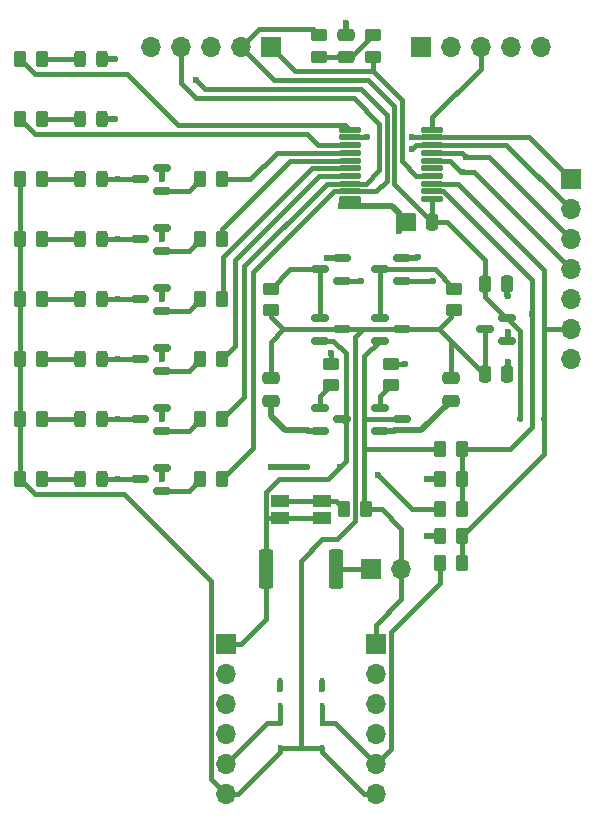
<source format=gtl>
G04 #@! TF.GenerationSoftware,KiCad,Pcbnew,(6.0.1-0)*
G04 #@! TF.CreationDate,2023-09-18T16:52:29-04:00*
G04 #@! TF.ProjectId,Breadboard-1,42726561-6462-46f6-9172-642d312e6b69,rev?*
G04 #@! TF.SameCoordinates,Original*
G04 #@! TF.FileFunction,Copper,L1,Top*
G04 #@! TF.FilePolarity,Positive*
%FSLAX46Y46*%
G04 Gerber Fmt 4.6, Leading zero omitted, Abs format (unit mm)*
G04 Created by KiCad (PCBNEW (6.0.1-0)) date 2023-09-18 16:52:29*
%MOMM*%
%LPD*%
G01*
G04 APERTURE LIST*
G04 Aperture macros list*
%AMRoundRect*
0 Rectangle with rounded corners*
0 $1 Rounding radius*
0 $2 $3 $4 $5 $6 $7 $8 $9 X,Y pos of 4 corners*
0 Add a 4 corners polygon primitive as box body*
4,1,4,$2,$3,$4,$5,$6,$7,$8,$9,$2,$3,0*
0 Add four circle primitives for the rounded corners*
1,1,$1+$1,$2,$3*
1,1,$1+$1,$4,$5*
1,1,$1+$1,$6,$7*
1,1,$1+$1,$8,$9*
0 Add four rect primitives between the rounded corners*
20,1,$1+$1,$2,$3,$4,$5,0*
20,1,$1+$1,$4,$5,$6,$7,0*
20,1,$1+$1,$6,$7,$8,$9,0*
20,1,$1+$1,$8,$9,$2,$3,0*%
G04 Aperture macros list end*
G04 #@! TA.AperFunction,SMDPad,CuDef*
%ADD10R,0.450000X0.600000*%
G04 #@! TD*
G04 #@! TA.AperFunction,SMDPad,CuDef*
%ADD11RoundRect,0.250000X0.262500X0.450000X-0.262500X0.450000X-0.262500X-0.450000X0.262500X-0.450000X0*%
G04 #@! TD*
G04 #@! TA.AperFunction,SMDPad,CuDef*
%ADD12RoundRect,0.150000X-0.587500X-0.150000X0.587500X-0.150000X0.587500X0.150000X-0.587500X0.150000X0*%
G04 #@! TD*
G04 #@! TA.AperFunction,ComponentPad*
%ADD13R,1.700000X1.700000*%
G04 #@! TD*
G04 #@! TA.AperFunction,ComponentPad*
%ADD14O,1.700000X1.700000*%
G04 #@! TD*
G04 #@! TA.AperFunction,SMDPad,CuDef*
%ADD15RoundRect,0.250000X-0.250000X-0.475000X0.250000X-0.475000X0.250000X0.475000X-0.250000X0.475000X0*%
G04 #@! TD*
G04 #@! TA.AperFunction,SMDPad,CuDef*
%ADD16RoundRect,0.150000X0.587500X0.150000X-0.587500X0.150000X-0.587500X-0.150000X0.587500X-0.150000X0*%
G04 #@! TD*
G04 #@! TA.AperFunction,SMDPad,CuDef*
%ADD17RoundRect,0.250000X-0.450000X0.262500X-0.450000X-0.262500X0.450000X-0.262500X0.450000X0.262500X0*%
G04 #@! TD*
G04 #@! TA.AperFunction,SMDPad,CuDef*
%ADD18RoundRect,0.250000X-0.262500X-0.450000X0.262500X-0.450000X0.262500X0.450000X-0.262500X0.450000X0*%
G04 #@! TD*
G04 #@! TA.AperFunction,SMDPad,CuDef*
%ADD19RoundRect,0.243750X0.243750X0.456250X-0.243750X0.456250X-0.243750X-0.456250X0.243750X-0.456250X0*%
G04 #@! TD*
G04 #@! TA.AperFunction,SMDPad,CuDef*
%ADD20RoundRect,0.250000X-0.362500X-1.425000X0.362500X-1.425000X0.362500X1.425000X-0.362500X1.425000X0*%
G04 #@! TD*
G04 #@! TA.AperFunction,SMDPad,CuDef*
%ADD21R,0.600000X0.450000*%
G04 #@! TD*
G04 #@! TA.AperFunction,SMDPad,CuDef*
%ADD22R,1.500000X1.000000*%
G04 #@! TD*
G04 #@! TA.AperFunction,SMDPad,CuDef*
%ADD23RoundRect,0.250000X-0.475000X0.250000X-0.475000X-0.250000X0.475000X-0.250000X0.475000X0.250000X0*%
G04 #@! TD*
G04 #@! TA.AperFunction,SMDPad,CuDef*
%ADD24RoundRect,0.125000X0.825000X0.125000X-0.825000X0.125000X-0.825000X-0.125000X0.825000X-0.125000X0*%
G04 #@! TD*
G04 #@! TA.AperFunction,SMDPad,CuDef*
%ADD25RoundRect,0.250000X0.475000X-0.250000X0.475000X0.250000X-0.475000X0.250000X-0.475000X-0.250000X0*%
G04 #@! TD*
G04 #@! TA.AperFunction,SMDPad,CuDef*
%ADD26RoundRect,0.250000X0.450000X-0.262500X0.450000X0.262500X-0.450000X0.262500X-0.450000X-0.262500X0*%
G04 #@! TD*
G04 #@! TA.AperFunction,ViaPad*
%ADD27C,0.600000*%
G04 #@! TD*
G04 #@! TA.AperFunction,Conductor*
%ADD28C,0.381000*%
G04 #@! TD*
G04 #@! TA.AperFunction,Conductor*
%ADD29C,0.508000*%
G04 #@! TD*
G04 APERTURE END LIST*
D10*
X77978000Y-110651000D03*
X77978000Y-108551000D03*
D11*
X69492500Y-66040000D03*
X67667500Y-66040000D03*
D12*
X77802500Y-77790000D03*
X77802500Y-79690000D03*
X79677500Y-78740000D03*
D13*
X99060000Y-66035000D03*
D14*
X99060000Y-68575000D03*
X99060000Y-71115000D03*
X99060000Y-73655000D03*
X99060000Y-76195000D03*
X99060000Y-78735000D03*
X99060000Y-81275000D03*
D15*
X85410000Y-69646800D03*
X87310000Y-69646800D03*
D16*
X64437500Y-82230000D03*
X64437500Y-80330000D03*
X62562500Y-81280000D03*
D12*
X82882500Y-77790000D03*
X82882500Y-79690000D03*
X84757500Y-78740000D03*
D17*
X82296000Y-53848000D03*
X82296000Y-55673000D03*
D18*
X52427500Y-71120000D03*
X54252500Y-71120000D03*
D17*
X78740000Y-81637500D03*
X78740000Y-83462500D03*
D18*
X87987500Y-91440000D03*
X89812500Y-91440000D03*
X52427500Y-55880000D03*
X54252500Y-55880000D03*
D13*
X82164000Y-99060000D03*
D14*
X84704000Y-99060000D03*
D11*
X69492500Y-81280000D03*
X67667500Y-81280000D03*
D19*
X59357500Y-66040000D03*
X57482500Y-66040000D03*
D15*
X91760000Y-74930000D03*
X93660000Y-74930000D03*
D20*
X73237500Y-99060000D03*
X79162500Y-99060000D03*
D21*
X94708000Y-86360000D03*
X96808000Y-86360000D03*
D16*
X64437500Y-66990000D03*
X64437500Y-65090000D03*
X62562500Y-66040000D03*
X93647500Y-79690000D03*
X93647500Y-77790000D03*
X91772500Y-78740000D03*
D11*
X89812500Y-96266000D03*
X87987500Y-96266000D03*
X69492500Y-71120000D03*
X67667500Y-71120000D03*
X69492500Y-86360000D03*
X67667500Y-86360000D03*
D10*
X74422000Y-110617000D03*
X74422000Y-108517000D03*
D18*
X52427500Y-91440000D03*
X54252500Y-91440000D03*
D22*
X74450000Y-93280000D03*
X74450000Y-94680000D03*
X77950000Y-94680000D03*
X77950000Y-93280000D03*
D23*
X80010000Y-53810500D03*
X80010000Y-55710500D03*
D18*
X52427500Y-76200000D03*
X54252500Y-76200000D03*
D10*
X74422000Y-114173000D03*
X74422000Y-112073000D03*
D19*
X59357500Y-91440000D03*
X57482500Y-91440000D03*
D12*
X82882500Y-85410000D03*
X82882500Y-87310000D03*
X84757500Y-86360000D03*
D18*
X52427500Y-86360000D03*
X54252500Y-86360000D03*
D24*
X87320000Y-67695000D03*
X87320000Y-67045000D03*
X87320000Y-66395000D03*
X87320000Y-65745000D03*
X87320000Y-65095000D03*
X87320000Y-64445000D03*
X87320000Y-63795000D03*
X87320000Y-63145000D03*
X87320000Y-62495000D03*
X87320000Y-61845000D03*
X80320000Y-61845000D03*
X80320000Y-62495000D03*
X80320000Y-63145000D03*
X80320000Y-63795000D03*
X80320000Y-64445000D03*
X80320000Y-65095000D03*
X80320000Y-65745000D03*
X80320000Y-66395000D03*
X80320000Y-67045000D03*
X80320000Y-67695000D03*
D19*
X59357500Y-81280000D03*
X57482500Y-81280000D03*
D16*
X64437500Y-77150000D03*
X64437500Y-75250000D03*
X62562500Y-76200000D03*
D11*
X69492500Y-76200000D03*
X67667500Y-76200000D03*
D18*
X52427500Y-81280000D03*
X54252500Y-81280000D03*
D16*
X79677500Y-74610000D03*
X79677500Y-72710000D03*
X77802500Y-73660000D03*
D17*
X77724000Y-53848000D03*
X77724000Y-55673000D03*
D19*
X59357500Y-71120000D03*
X57482500Y-71120000D03*
D15*
X91760000Y-82550000D03*
X93660000Y-82550000D03*
D19*
X59357500Y-86360000D03*
X57482500Y-86360000D03*
D18*
X79859500Y-93980000D03*
X81684500Y-93980000D03*
D16*
X64437500Y-92390000D03*
X64437500Y-90490000D03*
X62562500Y-91440000D03*
D25*
X88900000Y-84770000D03*
X88900000Y-82870000D03*
D19*
X59357500Y-55880000D03*
X57482500Y-55880000D03*
D18*
X52427500Y-66040000D03*
X54252500Y-66040000D03*
D17*
X89154000Y-75287500D03*
X89154000Y-77112500D03*
D11*
X89812500Y-88900000D03*
X87987500Y-88900000D03*
D18*
X87987500Y-98552000D03*
X89812500Y-98552000D03*
D25*
X73660000Y-84770000D03*
X73660000Y-82870000D03*
D16*
X64437500Y-87310000D03*
X64437500Y-85410000D03*
X62562500Y-86360000D03*
D10*
X77978000Y-114173000D03*
X77978000Y-112073000D03*
D26*
X83820000Y-83462500D03*
X83820000Y-81637500D03*
D19*
X59357500Y-60960000D03*
X57482500Y-60960000D03*
D12*
X77802500Y-85410000D03*
X77802500Y-87310000D03*
X79677500Y-86360000D03*
D18*
X52427500Y-60960000D03*
X54252500Y-60960000D03*
D11*
X89812500Y-93980000D03*
X87987500Y-93980000D03*
X69492500Y-91440000D03*
X67667500Y-91440000D03*
D17*
X73660000Y-75287500D03*
X73660000Y-77112500D03*
D16*
X64437500Y-72070000D03*
X64437500Y-70170000D03*
X62562500Y-71120000D03*
D19*
X59357500Y-76200000D03*
X57482500Y-76200000D03*
D16*
X84757500Y-74610000D03*
X84757500Y-72710000D03*
X82882500Y-73660000D03*
D13*
X73660000Y-54864000D03*
D14*
X71120000Y-54864000D03*
X68580000Y-54864000D03*
X66040000Y-54864000D03*
X63500000Y-54864000D03*
D13*
X86360000Y-54864000D03*
D14*
X88900000Y-54864000D03*
X91440000Y-54864000D03*
X93980000Y-54864000D03*
X96520000Y-54864000D03*
D13*
X69850000Y-105410000D03*
D14*
X69850000Y-107950000D03*
X69850000Y-110490000D03*
X69850000Y-113030000D03*
X69850000Y-115570000D03*
X69850000Y-118110000D03*
D13*
X82550000Y-105410000D03*
D14*
X82550000Y-107950000D03*
X82550000Y-110490000D03*
X82550000Y-113030000D03*
X82550000Y-115570000D03*
X82550000Y-118110000D03*
D27*
X82677000Y-91059000D03*
X79502000Y-90424000D03*
X60706000Y-66040000D03*
X60706000Y-71120000D03*
X60706000Y-76200000D03*
X60706000Y-81280000D03*
X74422000Y-109220000D03*
X93726000Y-81534000D03*
X64439800Y-66014600D03*
X84516000Y-69646800D03*
X86106000Y-72644000D03*
X80010000Y-52832000D03*
X73660000Y-90424000D03*
X80300000Y-68275000D03*
X76708000Y-87299800D03*
X64439800Y-71094600D03*
X64432756Y-81261644D03*
X86868000Y-96266000D03*
X77959912Y-109220000D03*
X64439800Y-76174600D03*
X78359000Y-72720200D03*
X84516000Y-70408800D03*
X64439800Y-86334600D03*
X81000000Y-68275000D03*
X93726000Y-75946000D03*
X86868000Y-91440000D03*
X79625000Y-68275000D03*
X60452000Y-55880000D03*
X84201000Y-87299800D03*
X60452000Y-60960000D03*
X93726000Y-78994000D03*
X76708000Y-90424000D03*
X64439800Y-91414600D03*
X84516000Y-68884800D03*
X60706000Y-86360000D03*
X60706000Y-91440000D03*
X67310000Y-57658000D03*
X85598000Y-62484000D03*
X81280000Y-74676000D03*
X78740000Y-80772000D03*
X85598000Y-63500000D03*
X95758000Y-77470000D03*
X81788000Y-62484000D03*
X90170000Y-64135000D03*
X87376000Y-74676000D03*
X89916000Y-65405000D03*
X84963000Y-81661000D03*
D28*
X61214000Y-92710000D02*
X68580000Y-100076000D01*
X91760000Y-78752500D02*
X91772500Y-78740000D01*
X69850000Y-118110000D02*
X70866000Y-118110000D01*
X77978000Y-96520000D02*
X79248000Y-96520000D01*
X79248000Y-96520000D02*
X80772000Y-94996000D01*
X52427500Y-91440000D02*
X53697500Y-92710000D01*
X52427500Y-86360000D02*
X52427500Y-81280000D01*
X76166000Y-114173000D02*
X77978000Y-114173000D01*
X73660000Y-79790000D02*
X74710000Y-78740000D01*
X91760000Y-82550000D02*
X91694000Y-82550000D01*
X74422000Y-114554000D02*
X74422000Y-114173000D01*
X52427500Y-91440000D02*
X52427500Y-86360000D01*
X74710000Y-78740000D02*
X73660000Y-77690000D01*
X73660000Y-82870000D02*
X73660000Y-79790000D01*
X82550000Y-118110000D02*
X81534000Y-118110000D01*
X52427500Y-81280000D02*
X52427500Y-78788900D01*
X52427500Y-76200000D02*
X52427500Y-71120000D01*
X81534000Y-118110000D02*
X77978000Y-114554000D01*
X84757500Y-78740000D02*
X87884000Y-78740000D01*
X52427500Y-78788900D02*
X52427500Y-76200000D01*
X77978000Y-114554000D02*
X77978000Y-114173000D01*
X73660000Y-77690000D02*
X73660000Y-77112500D01*
X70866000Y-118110000D02*
X74422000Y-114554000D01*
X76166000Y-98332000D02*
X77978000Y-96520000D01*
X88900000Y-77724000D02*
X87884000Y-78740000D01*
X53697500Y-92710000D02*
X61214000Y-92710000D01*
X74422000Y-114173000D02*
X76166000Y-114173000D01*
X91694000Y-82550000D02*
X88900000Y-79756000D01*
X89154000Y-77112500D02*
X88900000Y-77366500D01*
X80772000Y-94996000D02*
X80772000Y-79375000D01*
X79677500Y-78740000D02*
X81407000Y-78740000D01*
X80772000Y-79375000D02*
X81257489Y-78889511D01*
X76166000Y-114173000D02*
X76166000Y-98332000D01*
X79677500Y-78740000D02*
X74710000Y-78740000D01*
X81407000Y-78740000D02*
X84757500Y-78740000D01*
X68580000Y-100076000D02*
X68580000Y-116840000D01*
X68580000Y-116840000D02*
X69850000Y-118110000D01*
X88900000Y-82870000D02*
X88900000Y-79756000D01*
X88900000Y-79756000D02*
X87884000Y-78740000D01*
X52427500Y-71120000D02*
X52427500Y-66040000D01*
X91760000Y-82550000D02*
X91760000Y-78752500D01*
X88900000Y-77366500D02*
X88900000Y-77724000D01*
X93538000Y-77790000D02*
X91760000Y-76012000D01*
X88569800Y-69646800D02*
X87310000Y-69646800D01*
X94770020Y-78912520D02*
X94770020Y-86297980D01*
X91760000Y-74930000D02*
X91760000Y-72837000D01*
X71120000Y-54864000D02*
X72644000Y-53340000D01*
X91760000Y-76012000D02*
X91760000Y-74930000D01*
X93647500Y-77790000D02*
X94770020Y-78912520D01*
X73914000Y-57658000D02*
X71120000Y-54864000D01*
X93647500Y-77790000D02*
X93538000Y-77790000D01*
X77216000Y-53340000D02*
X77724000Y-53848000D01*
X87310000Y-69646800D02*
X87310000Y-69631600D01*
X87310000Y-69631600D02*
X84074000Y-66395600D01*
X72644000Y-53340000D02*
X77216000Y-53340000D01*
X94770020Y-86297980D02*
X94708000Y-86360000D01*
X87320000Y-69636800D02*
X87310000Y-69646800D01*
X81896489Y-57658000D02*
X73914000Y-57658000D01*
X91760000Y-72837000D02*
X88569800Y-69646800D01*
X84074000Y-59835511D02*
X81896489Y-57658000D01*
X84074000Y-66395600D02*
X84074000Y-59835511D01*
X87320000Y-67695000D02*
X87320000Y-69636800D01*
X82296000Y-56896000D02*
X75692000Y-56896000D01*
X82296000Y-55673000D02*
X82296000Y-56896000D01*
X84709000Y-59309000D02*
X82296000Y-56896000D01*
X85942497Y-65745000D02*
X84709000Y-64511503D01*
X75692000Y-56896000D02*
X73660000Y-54864000D01*
X84709000Y-64511503D02*
X84709000Y-59309000D01*
X87320000Y-65745000D02*
X85942497Y-65745000D01*
X69850000Y-105410000D02*
X71120000Y-105410000D01*
X80010000Y-86027500D02*
X80010000Y-80772000D01*
X73237500Y-92497500D02*
X74295000Y-91440000D01*
X78928000Y-79690000D02*
X77802500Y-79690000D01*
X73237500Y-99060000D02*
X73237500Y-94656500D01*
X78486000Y-91440000D02*
X79502000Y-90424000D01*
X74450000Y-94680000D02*
X73261000Y-94680000D01*
X87987500Y-93980000D02*
X85598000Y-93980000D01*
X79677500Y-86360000D02*
X80010000Y-86027500D01*
X73237500Y-103292500D02*
X73237500Y-99060000D01*
X80010000Y-86692500D02*
X80010000Y-89916000D01*
X85598000Y-93980000D02*
X82677000Y-91059000D01*
X80010000Y-89916000D02*
X79502000Y-90424000D01*
X77950000Y-94680000D02*
X74450000Y-94680000D01*
X73237500Y-94656500D02*
X73237500Y-92497500D01*
X71120000Y-105410000D02*
X73237500Y-103292500D01*
X73261000Y-94680000D02*
X73237500Y-94656500D01*
X80010000Y-80772000D02*
X78928000Y-79690000D01*
X74295000Y-91440000D02*
X78486000Y-91440000D01*
X79677500Y-86360000D02*
X80010000Y-86692500D01*
X82550000Y-105410000D02*
X82550000Y-103759000D01*
X83058000Y-93980000D02*
X81684500Y-93980000D01*
X81534000Y-88900001D02*
X81534000Y-93829500D01*
X84704000Y-99060000D02*
X84704000Y-95626000D01*
X84704000Y-95626000D02*
X83058000Y-93980000D01*
X81534000Y-88900001D02*
X87987500Y-88900000D01*
X82882500Y-79690000D02*
X81534000Y-81038500D01*
X82550000Y-103759000D02*
X84704000Y-101605000D01*
X81534000Y-81038500D02*
X81534000Y-88900001D01*
X81534000Y-93829500D02*
X81684500Y-93980000D01*
X84704000Y-101605000D02*
X84704000Y-99060000D01*
X81788000Y-86360000D02*
X84757500Y-86360000D01*
X74422000Y-112073000D02*
X74422000Y-110617000D01*
X73347000Y-112073000D02*
X74422000Y-112073000D01*
X69850000Y-115570000D02*
X73347000Y-112073000D01*
X79053000Y-112073000D02*
X77978000Y-112073000D01*
X82550000Y-115570000D02*
X83820000Y-114300000D01*
X82550000Y-115570000D02*
X79053000Y-112073000D01*
X83820000Y-114300000D02*
X83820000Y-104394000D01*
X87987500Y-100226500D02*
X87987500Y-98552000D01*
X77978000Y-112073000D02*
X77978000Y-110617000D01*
X83820000Y-104394000D02*
X87987500Y-100226500D01*
X62562500Y-66040000D02*
X59357500Y-66040000D01*
X54252500Y-55880000D02*
X57482500Y-55880000D01*
X62562500Y-71120000D02*
X59357500Y-71120000D01*
X54252500Y-60960000D02*
X57482500Y-60960000D01*
X62562500Y-76200000D02*
X59357500Y-76200000D01*
X54252500Y-66040000D02*
X57482500Y-66040000D01*
X60706000Y-81280000D02*
X59357500Y-81280000D01*
X62562500Y-81280000D02*
X60706000Y-81280000D01*
D29*
X77978000Y-109201912D02*
X77959912Y-109220000D01*
X82882500Y-87310000D02*
X84190800Y-87310000D01*
X78369200Y-72710000D02*
X78359000Y-72720200D01*
X64439800Y-90492300D02*
X64437500Y-90490000D01*
X87987500Y-91440000D02*
X86868000Y-91440000D01*
X77802500Y-87310000D02*
X76718200Y-87310000D01*
X64437500Y-65090000D02*
X64437500Y-66012300D01*
X64439800Y-71094600D02*
X64439800Y-70172300D01*
X64437500Y-66012300D02*
X64439800Y-66014600D01*
X64439800Y-91414600D02*
X64439800Y-90492300D01*
X64439800Y-70172300D02*
X64437500Y-70170000D01*
X86040000Y-72710000D02*
X86106000Y-72644000D01*
X93660000Y-74930000D02*
X93660000Y-75880000D01*
X77978000Y-108551000D02*
X77978000Y-109201912D01*
X64437500Y-80330000D02*
X64437500Y-81256900D01*
X88900000Y-84770000D02*
X86370200Y-87299800D01*
X80010000Y-53810500D02*
X80010000Y-52832000D01*
X64437500Y-81256900D02*
X64432756Y-81261644D01*
X74853800Y-87299800D02*
X76708000Y-87299800D01*
X59357500Y-60960000D02*
X60452000Y-60960000D01*
X93660000Y-82550000D02*
X93726000Y-82484000D01*
X93726000Y-82484000D02*
X93726000Y-81534000D01*
X64439800Y-76174600D02*
X64439800Y-75252300D01*
X64439800Y-75252300D02*
X64437500Y-75250000D01*
X81000000Y-68275000D02*
X83906200Y-68275000D01*
X64439800Y-86334600D02*
X64439800Y-85412300D01*
X73660000Y-90424000D02*
X76708000Y-90424000D01*
X93726000Y-79611500D02*
X93726000Y-78994000D01*
X84190800Y-87310000D02*
X84201000Y-87299800D01*
X84757500Y-72710000D02*
X86040000Y-72710000D01*
X93647500Y-79690000D02*
X93726000Y-79611500D01*
X87987500Y-96266000D02*
X86868000Y-96266000D01*
X76718200Y-87310000D02*
X76708000Y-87299800D01*
X93660000Y-75880000D02*
X93726000Y-75946000D01*
X73660000Y-86106000D02*
X74853800Y-87299800D01*
X64439800Y-85412300D02*
X64437500Y-85410000D01*
X83906200Y-68275000D02*
X84516000Y-68884800D01*
X74422000Y-108517000D02*
X74422000Y-109220000D01*
X79677500Y-72710000D02*
X78369200Y-72710000D01*
X86370200Y-87299800D02*
X84201000Y-87299800D01*
X73660000Y-84770000D02*
X73660000Y-86106000D01*
X59357500Y-55880000D02*
X60452000Y-55880000D01*
D28*
X54252500Y-76200000D02*
X57482500Y-76200000D01*
X62562500Y-86360000D02*
X59357500Y-86360000D01*
X57482500Y-86360000D02*
X54252500Y-86360000D01*
X59357500Y-91440000D02*
X62562500Y-91440000D01*
X57482500Y-91440000D02*
X54252500Y-91440000D01*
X54252500Y-71120000D02*
X57482500Y-71120000D01*
X71374000Y-73406000D02*
X78385000Y-66395000D01*
X80645000Y-59182000D02*
X67310000Y-59182000D01*
X82804000Y-61341000D02*
X80645000Y-59182000D01*
X66040000Y-57912000D02*
X66040000Y-54864000D01*
X80320000Y-66395000D02*
X81690003Y-66395000D01*
X82804000Y-65281003D02*
X82804000Y-61341000D01*
X67310000Y-59182000D02*
X66040000Y-57912000D01*
X81690003Y-66395000D02*
X82804000Y-65281003D01*
X69492500Y-86360000D02*
X71374000Y-84478500D01*
X78385000Y-66395000D02*
X80320000Y-66395000D01*
X71374000Y-84478500D02*
X71374000Y-73406000D01*
X69492500Y-91440000D02*
X72136000Y-88796500D01*
X82550000Y-67056000D02*
X83439000Y-66167000D01*
X68072000Y-58420000D02*
X67310000Y-57658000D01*
X82296000Y-67056000D02*
X82550000Y-67056000D01*
X83439000Y-60579000D02*
X81280000Y-58420000D01*
X80320000Y-67045000D02*
X82285000Y-67045000D01*
X81280000Y-58420000D02*
X68072000Y-58420000D01*
X83439000Y-66167000D02*
X83439000Y-60579000D01*
X72136000Y-73914000D02*
X79005000Y-67045000D01*
X72136000Y-88796500D02*
X72136000Y-73914000D01*
X79005000Y-67045000D02*
X80320000Y-67045000D01*
X82285000Y-67045000D02*
X82296000Y-67056000D01*
X87320000Y-62495000D02*
X95520000Y-62495000D01*
X85609000Y-62495000D02*
X85598000Y-62484000D01*
X79677500Y-74610000D02*
X81214000Y-74610000D01*
X81214000Y-74610000D02*
X81280000Y-74676000D01*
X95520000Y-62495000D02*
X99060000Y-66035000D01*
X87320000Y-62495000D02*
X85609000Y-62495000D01*
X85953000Y-63145000D02*
X85598000Y-63500000D01*
X93578169Y-63093169D02*
X99060000Y-68575000D01*
X78740000Y-81637500D02*
X78740000Y-80772000D01*
X87950000Y-63125000D02*
X86493000Y-63125000D01*
X87320000Y-63145000D02*
X85953000Y-63145000D01*
X87371831Y-63093169D02*
X93578169Y-63093169D01*
X87320000Y-63145000D02*
X87371831Y-63093169D01*
X88245110Y-67045000D02*
X95758000Y-74557890D01*
X95758000Y-74557890D02*
X95758000Y-77470000D01*
X87320000Y-67045000D02*
X88245110Y-67045000D01*
X93853000Y-88900000D02*
X95758000Y-86995000D01*
X89812500Y-91440000D02*
X89812500Y-88900000D01*
X95758000Y-86995000D02*
X95758000Y-77470000D01*
X89812500Y-93980000D02*
X89812500Y-91440000D01*
X89812500Y-88900000D02*
X93853000Y-88900000D01*
X80320000Y-61845000D02*
X79943000Y-61468000D01*
X61468000Y-57150000D02*
X53697500Y-57150000D01*
X79943000Y-61468000D02*
X65786000Y-61468000D01*
X65786000Y-61468000D02*
X61468000Y-57150000D01*
X53697500Y-57150000D02*
X52427500Y-55880000D01*
X71882000Y-66040000D02*
X69492500Y-66040000D01*
X80320000Y-63795000D02*
X74127000Y-63795000D01*
X74127000Y-63795000D02*
X71882000Y-66040000D01*
X69492500Y-70207500D02*
X69492500Y-71120000D01*
X80320000Y-64445000D02*
X75255000Y-64445000D01*
X75255000Y-64445000D02*
X69492500Y-70207500D01*
X69596000Y-76096500D02*
X69492500Y-76200000D01*
X80320000Y-65095000D02*
X77145000Y-65095000D01*
X77145000Y-65095000D02*
X69596000Y-72644000D01*
X69596000Y-72644000D02*
X69596000Y-76096500D01*
X77623000Y-63145000D02*
X76708000Y-62230000D01*
X76708000Y-62230000D02*
X53697500Y-62230000D01*
X53697500Y-62230000D02*
X52427500Y-60960000D01*
X80320000Y-63145000D02*
X77623000Y-63145000D01*
X80320000Y-65745000D02*
X77765000Y-65745000D01*
X70612000Y-80160500D02*
X69492500Y-81280000D01*
X70612000Y-72898000D02*
X70612000Y-80160500D01*
X77765000Y-65745000D02*
X70612000Y-72898000D01*
X57482500Y-81280000D02*
X54252500Y-81280000D01*
X77950000Y-93280000D02*
X79159500Y-93280000D01*
X74450000Y-93280000D02*
X77950000Y-93280000D01*
X79159500Y-93280000D02*
X79859500Y-93980000D01*
X91410000Y-56672000D02*
X91410000Y-54864000D01*
X87320000Y-61845000D02*
X87320000Y-60762000D01*
X87320000Y-60762000D02*
X91410000Y-56672000D01*
X96808000Y-86360000D02*
X96808000Y-78823000D01*
X89509000Y-66395000D02*
X87320000Y-66395000D01*
X96808000Y-89270500D02*
X89812500Y-96266000D01*
X96808000Y-73694000D02*
X89509000Y-66395000D01*
X96808000Y-78823000D02*
X96896000Y-78735000D01*
X99060000Y-78735000D02*
X96896000Y-78735000D01*
X89812500Y-98552000D02*
X89812500Y-96266000D01*
X96808000Y-78823000D02*
X96808000Y-73694000D01*
X96808000Y-86360000D02*
X96808000Y-89270500D01*
X80320000Y-62495000D02*
X81777000Y-62495000D01*
X81777000Y-62495000D02*
X81788000Y-62484000D01*
X79972500Y-55673000D02*
X80010000Y-55710500D01*
X80433500Y-55710500D02*
X82296000Y-53848000D01*
X77724000Y-55673000D02*
X79972500Y-55673000D01*
X80010000Y-55710500D02*
X80433500Y-55710500D01*
X92080000Y-64135000D02*
X90170000Y-64135000D01*
X89830000Y-63795000D02*
X90170000Y-64135000D01*
X99060000Y-71115000D02*
X92080000Y-64135000D01*
X87310000Y-74610000D02*
X87376000Y-74676000D01*
X87320000Y-63795000D02*
X89830000Y-63795000D01*
X84757500Y-74610000D02*
X87310000Y-74610000D01*
X84963000Y-81661000D02*
X83843500Y-81661000D01*
X88825610Y-64445000D02*
X89785610Y-65405000D01*
X83843500Y-81661000D02*
X83820000Y-81637500D01*
X87320000Y-64445000D02*
X88825610Y-64445000D01*
X99055000Y-73655000D02*
X90805000Y-65405000D01*
X90805000Y-65405000D02*
X89916000Y-65405000D01*
X99060000Y-73655000D02*
X99055000Y-73655000D01*
X89785610Y-65405000D02*
X89916000Y-65405000D01*
X77802500Y-73660000D02*
X77802500Y-77790000D01*
X75287500Y-73660000D02*
X77802500Y-73660000D01*
X73660000Y-75287500D02*
X75287500Y-73660000D01*
X82882500Y-73660000D02*
X82882500Y-77790000D01*
X82882500Y-73660000D02*
X87526500Y-73660000D01*
X87526500Y-73660000D02*
X89154000Y-75287500D01*
X77802500Y-84400000D02*
X78740000Y-83462500D01*
X77802500Y-85410000D02*
X77802500Y-84400000D01*
X82882500Y-85410000D02*
X82882500Y-84400000D01*
X82882500Y-84400000D02*
X83820000Y-83462500D01*
X66717500Y-66990000D02*
X67667500Y-66040000D01*
X64437500Y-66990000D02*
X66717500Y-66990000D01*
X64437500Y-72070000D02*
X66717500Y-72070000D01*
X66717500Y-72070000D02*
X67667500Y-71120000D01*
X66717500Y-77150000D02*
X67667500Y-76200000D01*
X64437500Y-77150000D02*
X66717500Y-77150000D01*
X66717500Y-82230000D02*
X67667500Y-81280000D01*
X64437500Y-82230000D02*
X66717500Y-82230000D01*
X64437500Y-87310000D02*
X66717500Y-87310000D01*
X66717500Y-87310000D02*
X67667500Y-86360000D01*
X64437500Y-92390000D02*
X66717500Y-92390000D01*
X66717500Y-92390000D02*
X67667500Y-91440000D01*
X82164000Y-99060000D02*
X79162500Y-99060000D01*
G04 #@! TA.AperFunction,Conductor*
G36*
X85880521Y-68930202D02*
G01*
X85927014Y-68983858D01*
X85938400Y-69036200D01*
X85938400Y-70257400D01*
X85918398Y-70325521D01*
X85864742Y-70372014D01*
X85812400Y-70383400D01*
X84362600Y-70383400D01*
X84294479Y-70363398D01*
X84247986Y-70309742D01*
X84236600Y-70257400D01*
X84236600Y-69036200D01*
X84256602Y-68968079D01*
X84310258Y-68921586D01*
X84362600Y-68910200D01*
X85812400Y-68910200D01*
X85880521Y-68930202D01*
G37*
G04 #@! TD.AperFunction*
G04 #@! TA.AperFunction,Conductor*
G36*
X81217121Y-67569502D02*
G01*
X81263614Y-67623158D01*
X81275000Y-67675500D01*
X81275000Y-68399000D01*
X81254998Y-68467121D01*
X81201342Y-68513614D01*
X81149000Y-68525000D01*
X79501000Y-68525000D01*
X79432879Y-68504998D01*
X79386386Y-68451342D01*
X79375000Y-68399000D01*
X79375000Y-67675500D01*
X79395002Y-67607379D01*
X79448658Y-67560886D01*
X79501000Y-67549500D01*
X81149000Y-67549500D01*
X81217121Y-67569502D01*
G37*
G04 #@! TD.AperFunction*
M02*

</source>
